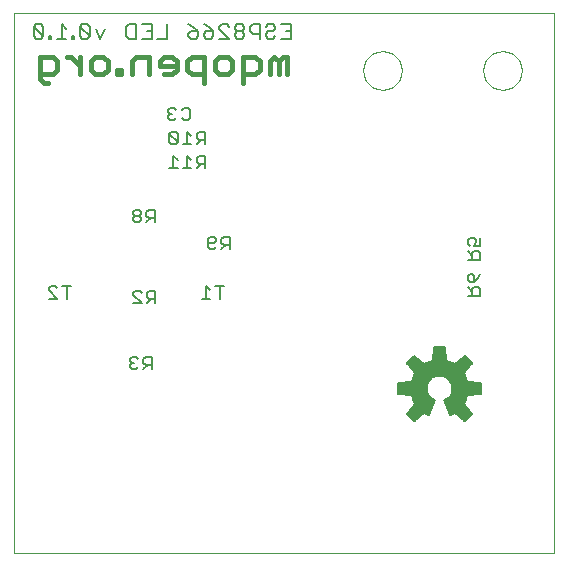
<source format=gbo>
G75*
G70*
%OFA0B0*%
%FSLAX24Y24*%
%IPPOS*%
%LPD*%
%AMOC8*
5,1,8,0,0,1.08239X$1,22.5*
%
%ADD10C,0.0000*%
%ADD11C,0.0080*%
%ADD12C,0.0150*%
%ADD13C,0.0059*%
D10*
X000280Y001800D02*
X000280Y019800D01*
X018280Y019800D01*
X018280Y001800D01*
X000280Y001800D01*
X011940Y017900D02*
X011942Y017950D01*
X011948Y018000D01*
X011958Y018049D01*
X011971Y018098D01*
X011989Y018145D01*
X012010Y018191D01*
X012034Y018234D01*
X012062Y018276D01*
X012093Y018316D01*
X012127Y018353D01*
X012164Y018387D01*
X012204Y018418D01*
X012246Y018446D01*
X012289Y018470D01*
X012335Y018491D01*
X012382Y018509D01*
X012431Y018522D01*
X012480Y018532D01*
X012530Y018538D01*
X012580Y018540D01*
X012630Y018538D01*
X012680Y018532D01*
X012729Y018522D01*
X012778Y018509D01*
X012825Y018491D01*
X012871Y018470D01*
X012914Y018446D01*
X012956Y018418D01*
X012996Y018387D01*
X013033Y018353D01*
X013067Y018316D01*
X013098Y018276D01*
X013126Y018234D01*
X013150Y018191D01*
X013171Y018145D01*
X013189Y018098D01*
X013202Y018049D01*
X013212Y018000D01*
X013218Y017950D01*
X013220Y017900D01*
X013218Y017850D01*
X013212Y017800D01*
X013202Y017751D01*
X013189Y017702D01*
X013171Y017655D01*
X013150Y017609D01*
X013126Y017566D01*
X013098Y017524D01*
X013067Y017484D01*
X013033Y017447D01*
X012996Y017413D01*
X012956Y017382D01*
X012914Y017354D01*
X012871Y017330D01*
X012825Y017309D01*
X012778Y017291D01*
X012729Y017278D01*
X012680Y017268D01*
X012630Y017262D01*
X012580Y017260D01*
X012530Y017262D01*
X012480Y017268D01*
X012431Y017278D01*
X012382Y017291D01*
X012335Y017309D01*
X012289Y017330D01*
X012246Y017354D01*
X012204Y017382D01*
X012164Y017413D01*
X012127Y017447D01*
X012093Y017484D01*
X012062Y017524D01*
X012034Y017566D01*
X012010Y017609D01*
X011989Y017655D01*
X011971Y017702D01*
X011958Y017751D01*
X011948Y017800D01*
X011942Y017850D01*
X011940Y017900D01*
X015940Y017900D02*
X015942Y017950D01*
X015948Y018000D01*
X015958Y018049D01*
X015971Y018098D01*
X015989Y018145D01*
X016010Y018191D01*
X016034Y018234D01*
X016062Y018276D01*
X016093Y018316D01*
X016127Y018353D01*
X016164Y018387D01*
X016204Y018418D01*
X016246Y018446D01*
X016289Y018470D01*
X016335Y018491D01*
X016382Y018509D01*
X016431Y018522D01*
X016480Y018532D01*
X016530Y018538D01*
X016580Y018540D01*
X016630Y018538D01*
X016680Y018532D01*
X016729Y018522D01*
X016778Y018509D01*
X016825Y018491D01*
X016871Y018470D01*
X016914Y018446D01*
X016956Y018418D01*
X016996Y018387D01*
X017033Y018353D01*
X017067Y018316D01*
X017098Y018276D01*
X017126Y018234D01*
X017150Y018191D01*
X017171Y018145D01*
X017189Y018098D01*
X017202Y018049D01*
X017212Y018000D01*
X017218Y017950D01*
X017220Y017900D01*
X017218Y017850D01*
X017212Y017800D01*
X017202Y017751D01*
X017189Y017702D01*
X017171Y017655D01*
X017150Y017609D01*
X017126Y017566D01*
X017098Y017524D01*
X017067Y017484D01*
X017033Y017447D01*
X016996Y017413D01*
X016956Y017382D01*
X016914Y017354D01*
X016871Y017330D01*
X016825Y017309D01*
X016778Y017291D01*
X016729Y017278D01*
X016680Y017268D01*
X016630Y017262D01*
X016580Y017260D01*
X016530Y017262D01*
X016480Y017268D01*
X016431Y017278D01*
X016382Y017291D01*
X016335Y017309D01*
X016289Y017330D01*
X016246Y017354D01*
X016204Y017382D01*
X016164Y017413D01*
X016127Y017447D01*
X016093Y017484D01*
X016062Y017524D01*
X016034Y017566D01*
X016010Y017609D01*
X015989Y017655D01*
X015971Y017702D01*
X015958Y017751D01*
X015948Y017800D01*
X015942Y017850D01*
X015940Y017900D01*
D11*
X015840Y012331D02*
X015840Y012050D01*
X015630Y012050D01*
X015700Y012191D01*
X015700Y012261D01*
X015630Y012331D01*
X015490Y012331D01*
X015420Y012261D01*
X015420Y012120D01*
X015490Y012050D01*
X015420Y011870D02*
X015560Y011730D01*
X015560Y011800D02*
X015560Y011590D01*
X015420Y011590D02*
X015840Y011590D01*
X015840Y011800D01*
X015770Y011870D01*
X015630Y011870D01*
X015560Y011800D01*
X015560Y011131D02*
X015630Y011061D01*
X015630Y010850D01*
X015490Y010850D01*
X015420Y010920D01*
X015420Y011061D01*
X015490Y011131D01*
X015560Y011131D01*
X015770Y010991D02*
X015630Y010850D01*
X015630Y010670D02*
X015560Y010600D01*
X015560Y010390D01*
X015420Y010390D02*
X015840Y010390D01*
X015840Y010600D01*
X015770Y010670D01*
X015630Y010670D01*
X015560Y010530D02*
X015420Y010670D01*
X015770Y010991D02*
X015840Y011131D01*
X009523Y018960D02*
X009203Y018960D01*
X009007Y019040D02*
X008927Y018960D01*
X008767Y018960D01*
X008687Y019040D01*
X008687Y019120D01*
X008767Y019200D01*
X008927Y019200D01*
X009007Y019280D01*
X009007Y019360D01*
X008927Y019440D01*
X008767Y019440D01*
X008687Y019360D01*
X008492Y019440D02*
X008251Y019440D01*
X008171Y019360D01*
X008171Y019200D01*
X008251Y019120D01*
X008492Y019120D01*
X008492Y018960D02*
X008492Y019440D01*
X007976Y019360D02*
X007976Y019280D01*
X007896Y019200D01*
X007736Y019200D01*
X007656Y019120D01*
X007656Y019040D01*
X007736Y018960D01*
X007896Y018960D01*
X007976Y019040D01*
X007976Y019120D01*
X007896Y019200D01*
X007736Y019200D02*
X007656Y019280D01*
X007656Y019360D01*
X007736Y019440D01*
X007896Y019440D01*
X007976Y019360D01*
X007460Y019360D02*
X007380Y019440D01*
X007220Y019440D01*
X007140Y019360D01*
X007140Y019280D01*
X007460Y018960D01*
X007140Y018960D01*
X006945Y019040D02*
X006945Y019200D01*
X006705Y019200D01*
X006624Y019120D01*
X006624Y019040D01*
X006705Y018960D01*
X006865Y018960D01*
X006945Y019040D01*
X006945Y019200D02*
X006785Y019360D01*
X006624Y019440D01*
X006429Y019200D02*
X006189Y019200D01*
X006109Y019120D01*
X006109Y019040D01*
X006189Y018960D01*
X006349Y018960D01*
X006429Y019040D01*
X006429Y019200D01*
X006269Y019360D01*
X006109Y019440D01*
X005398Y019440D02*
X005398Y018960D01*
X005078Y018960D01*
X004882Y018960D02*
X004562Y018960D01*
X004367Y018960D02*
X004126Y018960D01*
X004046Y019040D01*
X004046Y019360D01*
X004126Y019440D01*
X004367Y019440D01*
X004367Y018960D01*
X004722Y019200D02*
X004882Y019200D01*
X004882Y019440D02*
X004882Y018960D01*
X004882Y019440D02*
X004562Y019440D01*
X003335Y019280D02*
X003175Y018960D01*
X003015Y019280D01*
X002820Y019360D02*
X002820Y019040D01*
X002499Y019360D01*
X002499Y019040D01*
X002579Y018960D01*
X002740Y018960D01*
X002820Y019040D01*
X002820Y019360D02*
X002740Y019440D01*
X002579Y019440D01*
X002499Y019360D01*
X002304Y019040D02*
X002224Y019040D01*
X002224Y018960D01*
X002304Y018960D01*
X002304Y019040D01*
X002046Y018960D02*
X001726Y018960D01*
X001886Y018960D02*
X001886Y019440D01*
X002046Y019280D01*
X001531Y019040D02*
X001450Y019040D01*
X001450Y018960D01*
X001531Y018960D01*
X001531Y019040D01*
X001273Y019040D02*
X001273Y019360D01*
X001193Y019440D01*
X001033Y019440D01*
X000952Y019360D01*
X001273Y019040D01*
X001193Y018960D01*
X001033Y018960D01*
X000952Y019040D01*
X000952Y019360D01*
X005420Y016590D02*
X005420Y016520D01*
X005490Y016450D01*
X005420Y016380D01*
X005420Y016310D01*
X005490Y016240D01*
X005630Y016240D01*
X005700Y016310D01*
X005881Y016310D02*
X005951Y016240D01*
X006091Y016240D01*
X006161Y016310D01*
X006161Y016590D01*
X006091Y016660D01*
X005951Y016660D01*
X005881Y016590D01*
X005700Y016590D02*
X005630Y016660D01*
X005490Y016660D01*
X005420Y016590D01*
X005490Y016450D02*
X005560Y016450D01*
X005540Y015860D02*
X005470Y015790D01*
X005750Y015510D01*
X005680Y015440D01*
X005540Y015440D01*
X005470Y015510D01*
X005470Y015790D01*
X005540Y015860D02*
X005680Y015860D01*
X005750Y015790D01*
X005750Y015510D01*
X005931Y015440D02*
X006211Y015440D01*
X006071Y015440D02*
X006071Y015860D01*
X006211Y015720D01*
X006391Y015650D02*
X006461Y015580D01*
X006671Y015580D01*
X006531Y015580D02*
X006391Y015440D01*
X006391Y015650D02*
X006391Y015790D01*
X006461Y015860D01*
X006671Y015860D01*
X006671Y015440D01*
X006671Y015060D02*
X006461Y015060D01*
X006391Y014990D01*
X006391Y014850D01*
X006461Y014780D01*
X006671Y014780D01*
X006531Y014780D02*
X006391Y014640D01*
X006211Y014640D02*
X005931Y014640D01*
X006071Y014640D02*
X006071Y015060D01*
X006211Y014920D01*
X006671Y015060D02*
X006671Y014640D01*
X005750Y014640D02*
X005470Y014640D01*
X005610Y014640D02*
X005610Y015060D01*
X005750Y014920D01*
X004990Y013260D02*
X004780Y013260D01*
X004710Y013190D01*
X004710Y013050D01*
X004780Y012980D01*
X004990Y012980D01*
X004990Y012840D02*
X004990Y013260D01*
X004850Y012980D02*
X004710Y012840D01*
X004530Y012910D02*
X004530Y012980D01*
X004460Y013050D01*
X004319Y013050D01*
X004249Y012980D01*
X004249Y012910D01*
X004319Y012840D01*
X004460Y012840D01*
X004530Y012910D01*
X004460Y013050D02*
X004530Y013120D01*
X004530Y013190D01*
X004460Y013260D01*
X004319Y013260D01*
X004249Y013190D01*
X004249Y013120D01*
X004319Y013050D01*
X004340Y010560D02*
X004480Y010560D01*
X004550Y010490D01*
X004731Y010490D02*
X004731Y010350D01*
X004801Y010280D01*
X005011Y010280D01*
X005011Y010140D02*
X005011Y010560D01*
X004801Y010560D01*
X004731Y010490D01*
X004871Y010280D02*
X004731Y010140D01*
X004550Y010140D02*
X004270Y010420D01*
X004270Y010490D01*
X004340Y010560D01*
X004270Y010140D02*
X004550Y010140D01*
X004680Y008360D02*
X004610Y008290D01*
X004610Y008150D01*
X004680Y008080D01*
X004890Y008080D01*
X004890Y007940D02*
X004890Y008360D01*
X004680Y008360D01*
X004750Y008080D02*
X004610Y007940D01*
X004430Y008010D02*
X004360Y007940D01*
X004219Y007940D01*
X004149Y008010D01*
X004149Y008080D01*
X004219Y008150D01*
X004289Y008150D01*
X004219Y008150D02*
X004149Y008220D01*
X004149Y008290D01*
X004219Y008360D01*
X004360Y008360D01*
X004430Y008290D01*
X006549Y010290D02*
X006830Y010290D01*
X006689Y010290D02*
X006689Y010710D01*
X006830Y010570D01*
X007010Y010710D02*
X007290Y010710D01*
X007150Y010710D02*
X007150Y010290D01*
X007210Y011940D02*
X007350Y012080D01*
X007280Y012080D02*
X007490Y012080D01*
X007490Y011940D02*
X007490Y012360D01*
X007280Y012360D01*
X007210Y012290D01*
X007210Y012150D01*
X007280Y012080D01*
X007030Y012010D02*
X006960Y011940D01*
X006819Y011940D01*
X006749Y012010D01*
X006749Y012290D01*
X006819Y012360D01*
X006960Y012360D01*
X007030Y012290D01*
X007030Y012220D01*
X006960Y012150D01*
X006749Y012150D01*
X002190Y010710D02*
X001910Y010710D01*
X002050Y010710D02*
X002050Y010290D01*
X001730Y010290D02*
X001449Y010570D01*
X001449Y010640D01*
X001519Y010710D01*
X001660Y010710D01*
X001730Y010640D01*
X001730Y010290D02*
X001449Y010290D01*
X009363Y019200D02*
X009523Y019200D01*
X009523Y019440D02*
X009523Y018960D01*
X009523Y019440D02*
X009203Y019440D01*
D12*
X009260Y018342D02*
X009118Y018200D01*
X008977Y018342D01*
X008835Y018200D01*
X008835Y017775D01*
X009118Y017775D02*
X009118Y018200D01*
X009260Y018342D02*
X009402Y018342D01*
X009402Y017775D01*
X008481Y017917D02*
X008339Y017775D01*
X007914Y017775D01*
X007914Y017491D02*
X007914Y018342D01*
X008339Y018342D01*
X008481Y018200D01*
X008481Y017917D01*
X007560Y017917D02*
X007419Y017775D01*
X007135Y017775D01*
X006993Y017917D01*
X006993Y018200D01*
X007135Y018342D01*
X007419Y018342D01*
X007560Y018200D01*
X007560Y017917D01*
X006640Y017775D02*
X006214Y017775D01*
X006072Y017917D01*
X006072Y018200D01*
X006214Y018342D01*
X006640Y018342D01*
X006640Y017491D01*
X005719Y017917D02*
X005577Y017775D01*
X005293Y017775D01*
X005152Y018059D02*
X005719Y018059D01*
X005719Y018200D02*
X005577Y018342D01*
X005293Y018342D01*
X005152Y018200D01*
X005152Y018059D01*
X004798Y017775D02*
X004798Y018342D01*
X004373Y018342D01*
X004231Y018200D01*
X004231Y017775D01*
X003877Y017775D02*
X003736Y017775D01*
X003736Y017917D01*
X003877Y017917D01*
X003877Y017775D01*
X003417Y017917D02*
X003417Y018200D01*
X003275Y018342D01*
X002992Y018342D01*
X002850Y018200D01*
X002850Y017917D01*
X002992Y017775D01*
X003275Y017775D01*
X003417Y017917D01*
X002496Y018059D02*
X002213Y018342D01*
X002071Y018342D01*
X001729Y018200D02*
X001729Y017917D01*
X001587Y017775D01*
X001162Y017775D01*
X001162Y017633D02*
X001162Y018342D01*
X001587Y018342D01*
X001729Y018200D01*
X001445Y017491D02*
X001303Y017491D01*
X001162Y017633D01*
X002496Y017775D02*
X002496Y018342D01*
X005719Y018200D02*
X005719Y017917D01*
D13*
X013632Y008386D02*
X013978Y008103D01*
X014070Y008154D01*
X014166Y008194D01*
X014267Y008223D01*
X014312Y008668D01*
X014648Y008668D01*
X014693Y008223D01*
X014794Y008194D01*
X014890Y008154D01*
X014982Y008103D01*
X015328Y008386D01*
X015566Y008148D01*
X015283Y007802D01*
X015334Y007710D01*
X015374Y007614D01*
X015403Y007513D01*
X015848Y007468D01*
X015848Y007132D01*
X015403Y007087D01*
X015374Y006986D01*
X015334Y006890D01*
X015283Y006798D01*
X015566Y006452D01*
X015328Y006214D01*
X014982Y006497D01*
X014914Y006458D01*
X014843Y006425D01*
X014645Y006902D01*
X014709Y006935D01*
X014767Y006979D01*
X014817Y007032D01*
X014857Y007092D01*
X014886Y007158D01*
X014905Y007228D01*
X014911Y007300D01*
X014903Y007380D01*
X014881Y007458D01*
X014844Y007530D01*
X014795Y007594D01*
X014734Y007648D01*
X014665Y007689D01*
X014589Y007717D01*
X014509Y007730D01*
X014429Y007728D01*
X014350Y007710D01*
X014275Y007679D01*
X014208Y007634D01*
X014151Y007577D01*
X014105Y007511D01*
X014072Y007437D01*
X014053Y007359D01*
X014050Y007278D01*
X014062Y007198D01*
X014088Y007122D01*
X014128Y007052D01*
X014181Y006990D01*
X014244Y006940D01*
X014315Y006902D01*
X014117Y006425D01*
X014046Y006458D01*
X013978Y006497D01*
X013632Y006214D01*
X013394Y006452D01*
X013677Y006798D01*
X013626Y006890D01*
X013586Y006986D01*
X013557Y007087D01*
X013112Y007132D01*
X013112Y007468D01*
X013557Y007513D01*
X013586Y007614D01*
X013626Y007710D01*
X013677Y007802D01*
X013394Y008148D01*
X013632Y008386D01*
X013607Y008361D02*
X013662Y008361D01*
X013732Y008304D02*
X013550Y008304D01*
X013492Y008246D02*
X013803Y008246D01*
X013873Y008189D02*
X013434Y008189D01*
X013408Y008131D02*
X013944Y008131D01*
X014028Y008131D02*
X014932Y008131D01*
X015016Y008131D02*
X015552Y008131D01*
X015526Y008189D02*
X015087Y008189D01*
X015157Y008246D02*
X015468Y008246D01*
X015410Y008304D02*
X015228Y008304D01*
X015298Y008361D02*
X015353Y008361D01*
X015505Y008074D02*
X013455Y008074D01*
X013502Y008016D02*
X015458Y008016D01*
X015411Y007958D02*
X013549Y007958D01*
X013596Y007901D02*
X015364Y007901D01*
X015317Y007843D02*
X013643Y007843D01*
X013668Y007786D02*
X015292Y007786D01*
X015324Y007728D02*
X014518Y007728D01*
X014454Y007728D02*
X013636Y007728D01*
X013610Y007671D02*
X014263Y007671D01*
X014187Y007613D02*
X013586Y007613D01*
X013569Y007556D02*
X014135Y007556D01*
X014099Y007498D02*
X013408Y007498D01*
X013112Y007440D02*
X014073Y007440D01*
X014059Y007383D02*
X013112Y007383D01*
X013112Y007325D02*
X014052Y007325D01*
X014051Y007268D02*
X013112Y007268D01*
X013112Y007210D02*
X014060Y007210D01*
X014077Y007153D02*
X013112Y007153D01*
X013476Y007095D02*
X014103Y007095D01*
X014140Y007038D02*
X013571Y007038D01*
X013589Y006980D02*
X014194Y006980D01*
X014277Y006922D02*
X013613Y006922D01*
X013640Y006865D02*
X014300Y006865D01*
X014276Y006807D02*
X013671Y006807D01*
X013637Y006750D02*
X014252Y006750D01*
X014228Y006692D02*
X013590Y006692D01*
X013543Y006635D02*
X014204Y006635D01*
X014181Y006577D02*
X013496Y006577D01*
X013450Y006520D02*
X014157Y006520D01*
X014133Y006462D02*
X014039Y006462D01*
X013936Y006462D02*
X013403Y006462D01*
X013441Y006404D02*
X013865Y006404D01*
X013794Y006347D02*
X013499Y006347D01*
X013557Y006289D02*
X013724Y006289D01*
X013653Y006232D02*
X013614Y006232D01*
X014660Y006865D02*
X015320Y006865D01*
X015347Y006922D02*
X014684Y006922D01*
X014768Y006980D02*
X015371Y006980D01*
X015389Y007038D02*
X014821Y007038D01*
X014858Y007095D02*
X015484Y007095D01*
X015289Y006807D02*
X014684Y006807D01*
X014708Y006750D02*
X015323Y006750D01*
X015370Y006692D02*
X014732Y006692D01*
X014756Y006635D02*
X015417Y006635D01*
X015464Y006577D02*
X014779Y006577D01*
X014803Y006520D02*
X015510Y006520D01*
X015557Y006462D02*
X015024Y006462D01*
X015095Y006404D02*
X015519Y006404D01*
X015461Y006347D02*
X015166Y006347D01*
X015236Y006289D02*
X015403Y006289D01*
X015346Y006232D02*
X015307Y006232D01*
X014921Y006462D02*
X014827Y006462D01*
X014884Y007153D02*
X015848Y007153D01*
X015848Y007210D02*
X014900Y007210D01*
X014908Y007268D02*
X015848Y007268D01*
X015848Y007325D02*
X014908Y007325D01*
X014902Y007383D02*
X015848Y007383D01*
X015848Y007440D02*
X014886Y007440D01*
X014860Y007498D02*
X015552Y007498D01*
X015391Y007556D02*
X014824Y007556D01*
X014773Y007613D02*
X015374Y007613D01*
X015350Y007671D02*
X014696Y007671D01*
X014806Y008189D02*
X014154Y008189D01*
X014269Y008246D02*
X014691Y008246D01*
X014685Y008304D02*
X014275Y008304D01*
X014281Y008361D02*
X014679Y008361D01*
X014673Y008419D02*
X014287Y008419D01*
X014293Y008476D02*
X014667Y008476D01*
X014662Y008534D02*
X014298Y008534D01*
X014304Y008592D02*
X014656Y008592D01*
X014650Y008649D02*
X014310Y008649D01*
M02*

</source>
